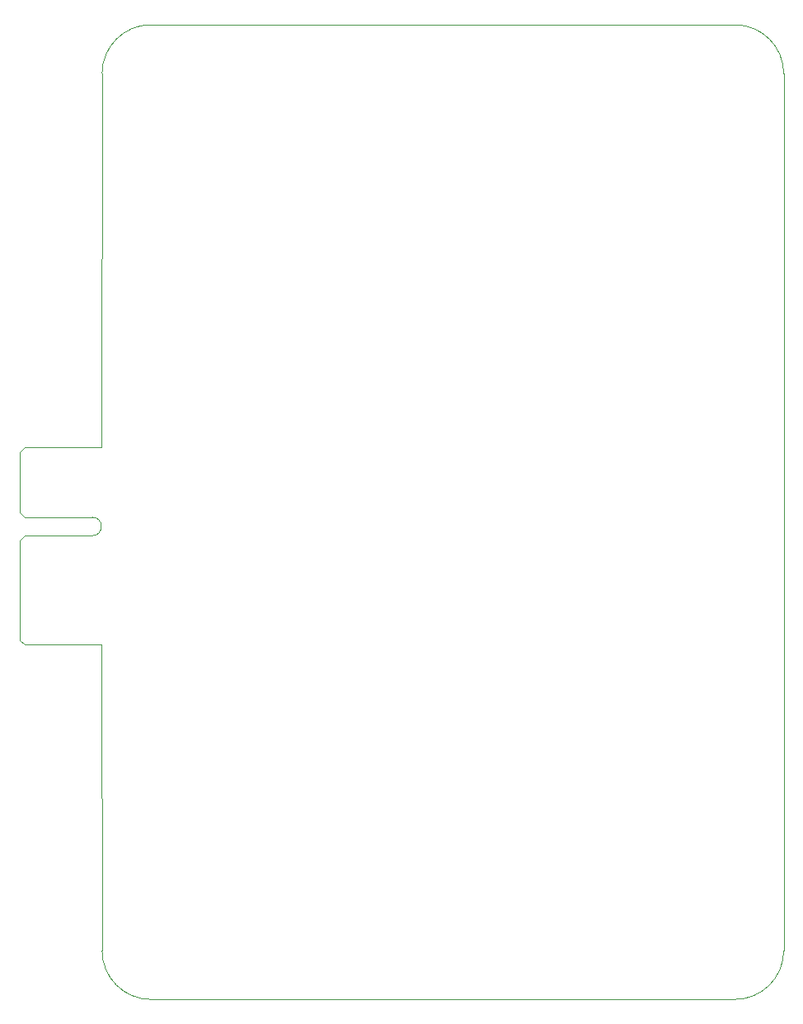
<source format=gbr>
%TF.GenerationSoftware,KiCad,Pcbnew,7.0.7*%
%TF.CreationDate,2024-11-29T17:50:20-06:00*%
%TF.ProjectId,DAQ Rev 2,44415120-5265-4762-9032-2e6b69636164,rev?*%
%TF.SameCoordinates,Original*%
%TF.FileFunction,Profile,NP*%
%FSLAX46Y46*%
G04 Gerber Fmt 4.6, Leading zero omitted, Abs format (unit mm)*
G04 Created by KiCad (PCBNEW 7.0.7) date 2024-11-29 17:50:20*
%MOMM*%
%LPD*%
G01*
G04 APERTURE LIST*
%TA.AperFunction,Profile*%
%ADD10C,0.050000*%
%TD*%
%TA.AperFunction,Profile*%
%ADD11C,0.100000*%
%TD*%
G04 APERTURE END LIST*
D10*
X192600000Y-44800000D02*
X192600000Y-134800000D01*
X192600000Y-44800000D02*
G75*
G03*
X187600000Y-39800000I-5000000J0D01*
G01*
X127600000Y-139800000D02*
X187600000Y-139800000D01*
X122600000Y-134800000D02*
G75*
G03*
X127600000Y-139800000I5000000J0D01*
G01*
X127600000Y-39800000D02*
X187600000Y-39800000D01*
X187600000Y-139800000D02*
G75*
G03*
X192600000Y-134800000I0J5000000D01*
G01*
X122530000Y-83120000D02*
X122600000Y-44800000D01*
X122530000Y-103420000D02*
X122600000Y-134800000D01*
X127600000Y-39800000D02*
G75*
G03*
X122600000Y-44800000I0J-5000000D01*
G01*
D11*
%TO.C,J1*%
X114630000Y-103420000D02*
X114130000Y-102920000D01*
X122530000Y-103420000D02*
X114630000Y-103420000D01*
X114130000Y-102920000D02*
X114130000Y-92720000D01*
X114630000Y-92220000D02*
X114130000Y-92720000D01*
X121580000Y-92220000D02*
X114630000Y-92220000D01*
X114630000Y-90320000D02*
X114130000Y-89820000D01*
X121580000Y-90320000D02*
X114630000Y-90320000D01*
X114130000Y-89820000D02*
X114130000Y-83620000D01*
X114630000Y-83120000D02*
X114130000Y-83620000D01*
X122530000Y-83120000D02*
X114630000Y-83120000D01*
X121580000Y-92220000D02*
G75*
G03*
X121580000Y-90320000I0J950000D01*
G01*
%TD*%
M02*

</source>
